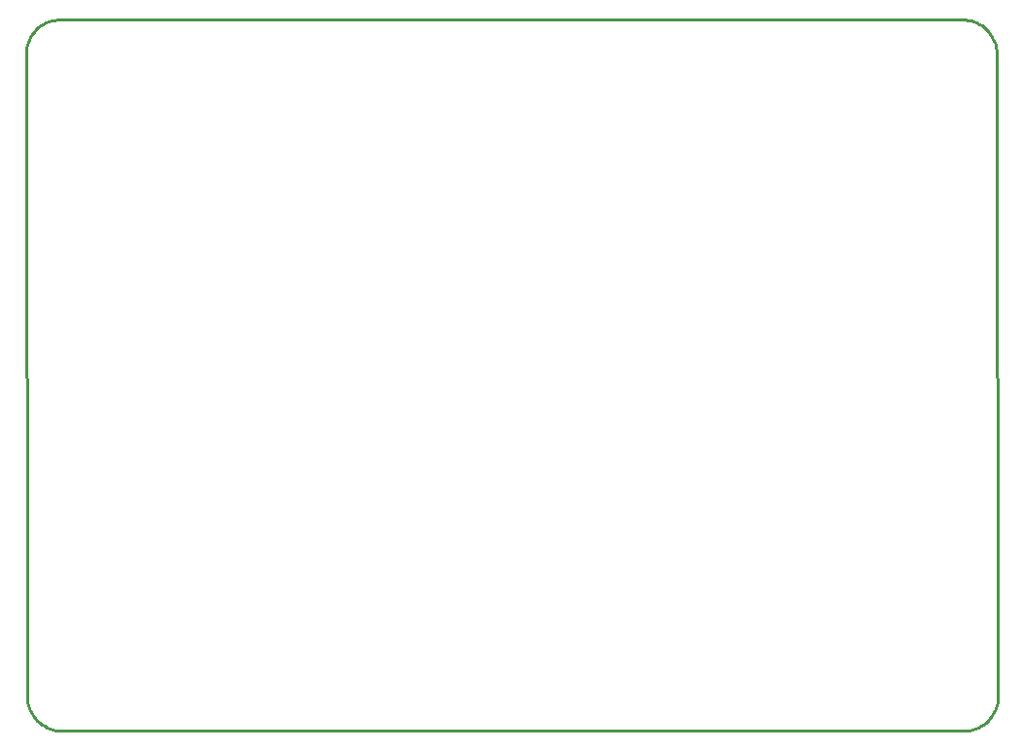
<source format=gbr>
G04 EAGLE Gerber RS-274X export*
G75*
%MOMM*%
%FSLAX34Y34*%
%LPD*%
%IN*%
%IPPOS*%
%AMOC8*
5,1,8,0,0,1.08239X$1,22.5*%
G01*
%ADD10C,0.254000*%


D10*
X-1208Y581313D02*
X-61Y22325D01*
X52Y19771D01*
X394Y17176D01*
X960Y14621D01*
X1747Y12124D01*
X2748Y9706D01*
X3957Y7384D01*
X5363Y5177D01*
X6956Y3100D01*
X8724Y1170D01*
X10654Y-599D01*
X12730Y-2192D01*
X14937Y-3599D01*
X17259Y-4808D01*
X19677Y-5810D01*
X22173Y-6597D01*
X24729Y-7164D01*
X27324Y-7506D01*
X29939Y-7620D01*
X814288Y-7620D01*
X814355Y-7620D01*
X816969Y-7500D01*
X819563Y-7153D01*
X822117Y-6580D01*
X824612Y-5788D01*
X827027Y-4781D01*
X829346Y-3567D01*
X831550Y-2156D01*
X833623Y-558D01*
X835549Y1214D01*
X837312Y3147D01*
X838901Y5227D01*
X840302Y7438D01*
X841506Y9762D01*
X842502Y12182D01*
X843283Y14680D01*
X843844Y17236D01*
X844180Y19832D01*
X844288Y22447D01*
X843141Y581435D01*
X843028Y583989D01*
X842686Y586584D01*
X842120Y589139D01*
X841333Y591636D01*
X840332Y594054D01*
X839123Y596376D01*
X837717Y598583D01*
X836124Y600660D01*
X834356Y602590D01*
X832426Y604359D01*
X830350Y605952D01*
X828143Y607359D01*
X825821Y608568D01*
X823403Y609570D01*
X820907Y610357D01*
X818351Y610924D01*
X815756Y611266D01*
X813142Y611380D01*
X28792Y611380D01*
X28725Y611380D01*
X26111Y611260D01*
X23517Y610913D01*
X20963Y610340D01*
X18468Y609548D01*
X16053Y608541D01*
X13734Y607327D01*
X11530Y605916D01*
X9457Y604318D01*
X7531Y602546D01*
X5768Y600613D01*
X4179Y598533D01*
X2778Y596322D01*
X1574Y593998D01*
X578Y591578D01*
X-203Y589080D01*
X-764Y586524D01*
X-1100Y583928D01*
X-1208Y581313D01*
M02*

</source>
